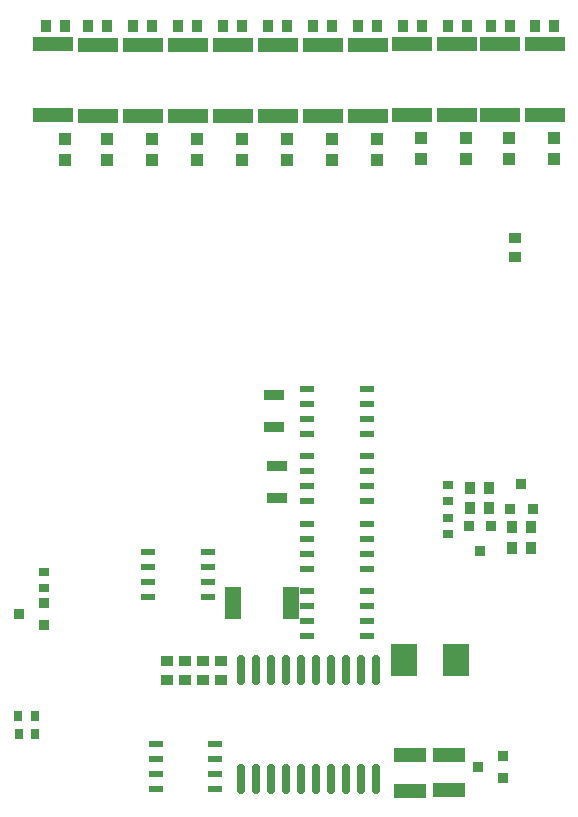
<source format=gbp>
G04 Layer_Color=128*
%FSAX24Y24*%
%MOIN*%
G70*
G01*
G75*
%ADD10R,0.0354X0.0394*%
%ADD17R,0.0276X0.0354*%
%ADD18R,0.0354X0.0276*%
%ADD19R,0.0394X0.0354*%
%ADD27R,0.1063X0.0453*%
%ADD50R,0.0320X0.0360*%
%ADD66R,0.0571X0.1102*%
%ADD67R,0.0669X0.0374*%
%ADD68R,0.0470X0.0220*%
%ADD69R,0.0850X0.1080*%
%ADD70R,0.1319X0.0492*%
%ADD71R,0.0433X0.0433*%
%ADD72O,0.0276X0.1024*%
%ADD73R,0.0360X0.0320*%
D10*
X061902Y049005D02*
D03*
X062532D02*
D03*
X062532Y049705D02*
D03*
X061902D02*
D03*
X061132Y050320D02*
D03*
X060502D02*
D03*
X060502Y051005D02*
D03*
X061132D02*
D03*
X062665Y066406D02*
D03*
X063295D02*
D03*
X061185Y066400D02*
D03*
X061815D02*
D03*
X059745D02*
D03*
X060375D02*
D03*
X058245D02*
D03*
X058875D02*
D03*
X056760Y066385D02*
D03*
X057390D02*
D03*
X055260D02*
D03*
X055890D02*
D03*
X053760D02*
D03*
X054390D02*
D03*
X052260D02*
D03*
X052890D02*
D03*
X050760D02*
D03*
X051390D02*
D03*
X049260D02*
D03*
X049890D02*
D03*
X047760D02*
D03*
X048390D02*
D03*
X046360D02*
D03*
X046990D02*
D03*
D17*
X045976Y043400D02*
D03*
X045424D02*
D03*
X046000Y042800D02*
D03*
X045449D02*
D03*
D18*
X059763Y049996D02*
D03*
Y049445D02*
D03*
Y051096D02*
D03*
Y050545D02*
D03*
X046300Y048200D02*
D03*
Y047649D02*
D03*
D19*
X062000Y058685D02*
D03*
Y059315D02*
D03*
X051000Y044585D02*
D03*
Y045215D02*
D03*
X052200Y044585D02*
D03*
Y045215D02*
D03*
X050400Y044585D02*
D03*
Y045215D02*
D03*
X051600Y044600D02*
D03*
Y045230D02*
D03*
D27*
X059800Y040909D02*
D03*
Y042091D02*
D03*
X058500Y040900D02*
D03*
Y042081D02*
D03*
D50*
X062197Y051139D02*
D03*
X061817Y050305D02*
D03*
X062571D02*
D03*
X060443Y049714D02*
D03*
X061197D02*
D03*
X060817Y048880D02*
D03*
D66*
X054520Y047155D02*
D03*
X052591D02*
D03*
D67*
X054063Y050654D02*
D03*
Y051717D02*
D03*
X053963Y053039D02*
D03*
Y054102D02*
D03*
D68*
X049766Y047355D02*
D03*
Y047855D02*
D03*
Y048355D02*
D03*
Y048855D02*
D03*
X051756Y047355D02*
D03*
Y047855D02*
D03*
Y048355D02*
D03*
Y048855D02*
D03*
X057051Y049805D02*
D03*
Y049305D02*
D03*
Y048805D02*
D03*
Y048305D02*
D03*
X055061Y049805D02*
D03*
Y049305D02*
D03*
Y048805D02*
D03*
Y048305D02*
D03*
X057046Y052055D02*
D03*
Y051555D02*
D03*
Y051055D02*
D03*
Y050555D02*
D03*
X055056Y052055D02*
D03*
Y051555D02*
D03*
Y051055D02*
D03*
Y050555D02*
D03*
X055061Y052805D02*
D03*
Y053305D02*
D03*
Y053805D02*
D03*
Y054305D02*
D03*
X057051Y052805D02*
D03*
Y053305D02*
D03*
Y053805D02*
D03*
Y054305D02*
D03*
X050005Y040950D02*
D03*
Y041450D02*
D03*
Y041950D02*
D03*
Y042450D02*
D03*
X051995Y040950D02*
D03*
Y041450D02*
D03*
Y041950D02*
D03*
Y042450D02*
D03*
X055066Y046055D02*
D03*
Y046555D02*
D03*
Y047055D02*
D03*
Y047555D02*
D03*
X057056Y046055D02*
D03*
Y046555D02*
D03*
Y047055D02*
D03*
Y047555D02*
D03*
D69*
X058286Y045255D02*
D03*
X060026D02*
D03*
D70*
X062980Y063425D02*
D03*
Y065787D02*
D03*
X060060Y063419D02*
D03*
Y065781D02*
D03*
X058560Y063419D02*
D03*
Y065781D02*
D03*
X057075Y063404D02*
D03*
Y065766D02*
D03*
X055575Y063404D02*
D03*
Y065766D02*
D03*
X054075Y063404D02*
D03*
Y065766D02*
D03*
X052575Y063404D02*
D03*
Y065766D02*
D03*
X051075Y063404D02*
D03*
Y065766D02*
D03*
X049575Y063404D02*
D03*
Y065766D02*
D03*
X048075Y063404D02*
D03*
Y065766D02*
D03*
X046600Y063419D02*
D03*
Y065781D02*
D03*
X061500Y065781D02*
D03*
Y063419D02*
D03*
D71*
X063280Y061952D02*
D03*
Y062661D02*
D03*
X061800Y061946D02*
D03*
Y062654D02*
D03*
X060360Y061946D02*
D03*
Y062654D02*
D03*
X058860Y061946D02*
D03*
Y062654D02*
D03*
X057375Y061931D02*
D03*
Y062639D02*
D03*
X055875Y061931D02*
D03*
Y062639D02*
D03*
X054375Y061931D02*
D03*
Y062639D02*
D03*
X052875Y061931D02*
D03*
Y062639D02*
D03*
X051375Y061931D02*
D03*
Y062639D02*
D03*
X049875Y061931D02*
D03*
Y062639D02*
D03*
X048375Y061931D02*
D03*
Y062639D02*
D03*
X046975Y061931D02*
D03*
Y062639D02*
D03*
D72*
X052850Y044911D02*
D03*
X053350D02*
D03*
X053850D02*
D03*
X054350D02*
D03*
X054850D02*
D03*
X055350D02*
D03*
X055850D02*
D03*
X056350D02*
D03*
X056850D02*
D03*
X057350D02*
D03*
X052850Y041289D02*
D03*
X053350D02*
D03*
X053850D02*
D03*
X054350D02*
D03*
X054850D02*
D03*
X055350D02*
D03*
X055850D02*
D03*
X056350D02*
D03*
X056850D02*
D03*
X057350D02*
D03*
D73*
X045460Y046800D02*
D03*
X046294Y046420D02*
D03*
Y047174D02*
D03*
X061594Y042074D02*
D03*
Y041320D02*
D03*
X060760Y041700D02*
D03*
M02*

</source>
